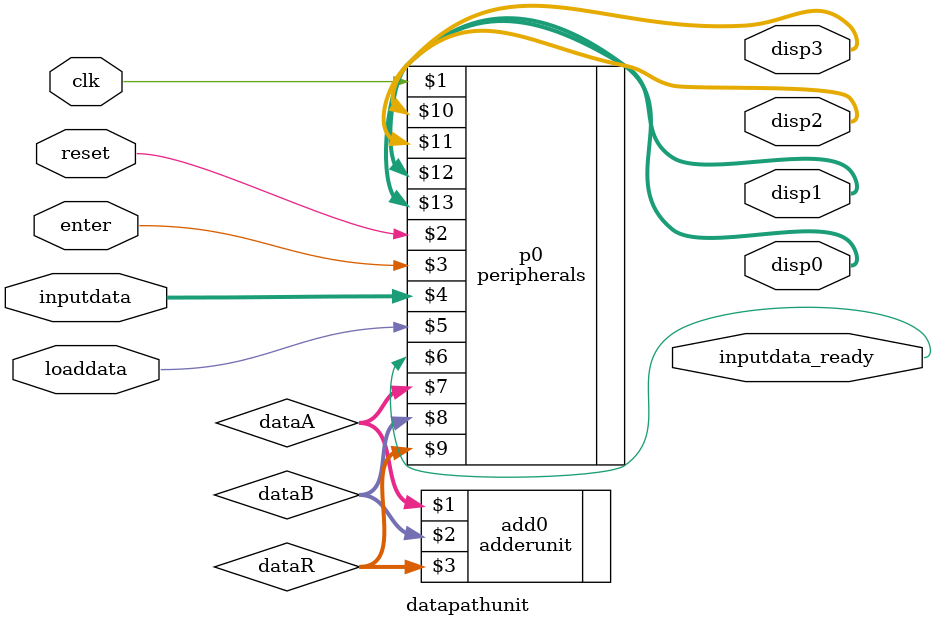
<source format=sv>
module datapathunit (clk, reset, enter, inputdata,
						   loaddata, inputdata_ready,
						   disp3, disp2, disp1, disp0);
	input logic  clk, reset, enter;
	input logic  [7:0] inputdata;
	input logic  loaddata;
	output logic inputdata_ready;
	output logic [6:0] disp3, disp2, disp1, disp0;

	// Internal signals and module instantiation for multiplier unit
	logic [31:0] dataA, dataB, dataR;
	adderunit add0 (dataA, dataB, dataR);
	
	// Internal signals and module instantiation for peripherals unit
	peripherals p0 (clk, reset, enter, inputdata, loaddata, inputdata_ready, dataA, dataB, dataR, disp3, disp2, disp1, disp0);
endmodule


</source>
